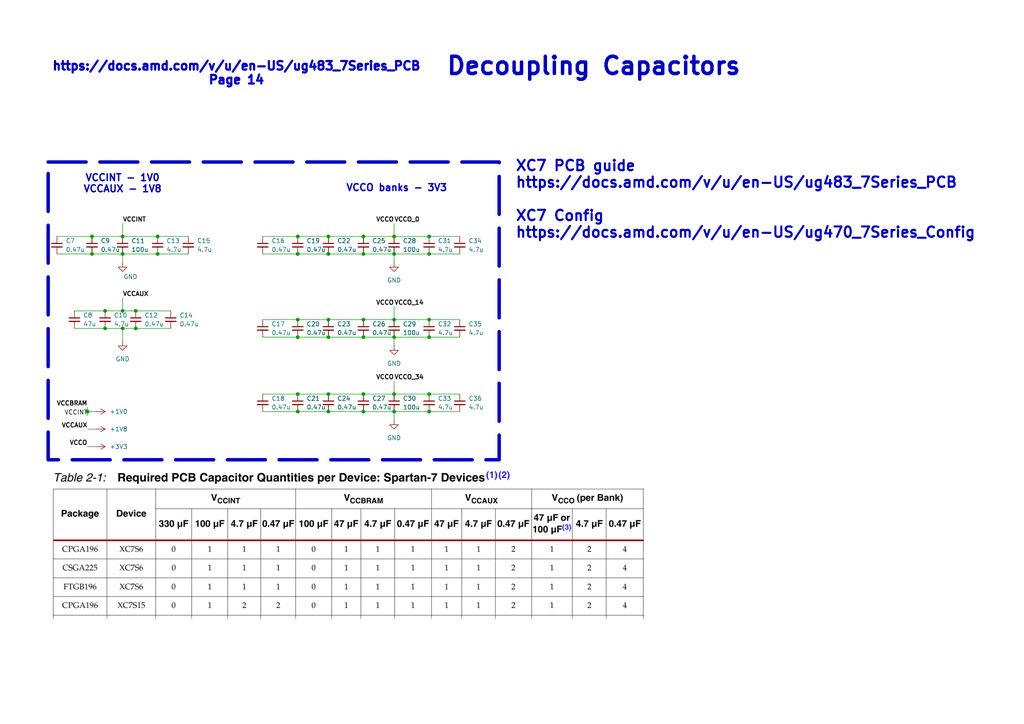
<source format=kicad_sch>
(kicad_sch (version 20231120) (generator "eeschema") (generator_version "8.0")
  (paper "A4")
  (title_block (company "University of Texas at Austin / Phoenix Semiconductor") (comment 1 "Connor Leu"))
  (lib_symbols
    (symbol "Device:C_Small" (pin_numbers hide) (pin_names (offset 0.254) hide)
      (property "Reference" "C" (at 0.254 1.778 0))
      (property "Value" "C_Small" (at 0.254 -2.032 0))
      (symbol "C_Small_0_1"
        (polyline (pts (xy -1.524 -0.508) (xy 1.524 -0.508)) (stroke (width 0.3302)))
        (polyline (pts (xy -1.524 0.508) (xy 1.524 0.508)) (stroke (width 0.3048)))
      )
      (symbol "C_Small_1_1"
        (pin passive line (at 0 2.54 270) (length 2.032) (name "~") (number "1"))
        (pin passive line (at 0 -2.54 90) (length 2.032) (name "~") (number "2"))
      )
    )
    (symbol "power:+1V0" (power) (pin_numbers hide) (pin_names (offset 0) hide)
      (property "Value" "+1V0" (at 0 3.556 0))
      (symbol "+1V0_0_1"
        (polyline (pts (xy -0.762 1.27) (xy 0 2.54)))
        (polyline (pts (xy 0 0) (xy 0 2.54)))
        (polyline (pts (xy 0 2.54) (xy 0.762 1.27)))
      )
      (symbol "+1V0_1_1"
        (pin power_in line (at 0 0 90) (length 0) (name "~") (number "1"))
      )
    )
    (symbol "power:+1V8" (power) (pin_numbers hide) (pin_names (offset 0) hide)
      (property "Value" "+1V8" (at 0 3.556 0))
      (symbol "+1V8_0_1"
        (polyline (pts (xy -0.762 1.27) (xy 0 2.54)))
        (polyline (pts (xy 0 0) (xy 0 2.54)))
        (polyline (pts (xy 0 2.54) (xy 0.762 1.27)))
      )
      (symbol "+1V8_1_1"
        (pin power_in line (at 0 0 90) (length 0) (name "~") (number "1"))
      )
    )
    (symbol "power:+3V3" (power) (pin_numbers hide) (pin_names (offset 0) hide)
      (property "Value" "+3V3" (at 0 3.556 0))
      (symbol "+3V3_0_1"
        (polyline (pts (xy -0.762 1.27) (xy 0 2.54)))
        (polyline (pts (xy 0 0) (xy 0 2.54)))
        (polyline (pts (xy 0 2.54) (xy 0.762 1.27)))
      )
      (symbol "+3V3_1_1"
        (pin power_in line (at 0 0 90) (length 0) (name "~") (number "1"))
      )
    )
    (symbol "power:GND" (power) (pin_numbers hide) (pin_names (offset 0) hide)
      (property "Value" "GND" (at 0 -3.81 0))
      (symbol "GND_0_1"
        (polyline (pts (xy 0 0) (xy 0 -1.27) (xy 1.27 -1.27) (xy 0 -2.54) (xy -1.27 -1.27) (xy 0 -1.27)))
      )
      (symbol "GND_1_1"
        (pin power_in line (at 0 0 270) (length 0) (name "~") (number "1"))
      )
    )
  )
  (junction (at 105.41 68.58))
  (junction (at 105.41 73.66))
  (junction (at 95.25 73.66))
  (junction (at 86.36 114.3))
  (junction (at 105.41 92.71))
  (junction (at 114.3 68.58))
  (junction (at 95.25 119.38))
  (junction (at 86.36 73.66))
  (junction (at 114.3 119.38))
  (junction (at 35.56 90.17))
  (junction (at 124.46 114.3))
  (junction (at 95.25 92.71))
  (junction (at 114.3 92.71))
  (junction (at 105.41 119.38))
  (junction (at 86.36 119.38))
  (junction (at 39.37 95.25))
  (junction (at 39.37 90.17))
  (junction (at 30.48 95.25))
  (junction (at 25.4 119.38))
  (junction (at 26.67 68.58))
  (junction (at 86.36 92.71))
  (junction (at 124.46 68.58))
  (junction (at 105.41 114.3))
  (junction (at 114.3 73.66))
  (junction (at 95.25 114.3))
  (junction (at 124.46 97.79))
  (junction (at 124.46 119.38))
  (junction (at 86.36 97.79))
  (junction (at 95.25 68.58))
  (junction (at 45.72 68.58))
  (junction (at 95.25 97.79))
  (junction (at 26.67 73.66))
  (junction (at 124.46 73.66))
  (junction (at 35.56 73.66))
  (junction (at 35.56 68.58))
  (junction (at 86.36 68.58))
  (junction (at 114.3 114.3))
  (junction (at 114.3 97.79))
  (junction (at 30.48 90.17))
  (junction (at 124.46 92.71))
  (junction (at 45.72 73.66))
  (junction (at 105.41 97.79))
  (junction (at 35.56 95.25))
  (wire (pts (xy 86.36 119.38) (xy 95.25 119.38)))
  (wire (pts (xy 30.48 95.25) (xy 35.56 95.25)))
  (wire (pts (xy 26.67 68.58) (xy 35.56 68.58)))
  (wire (pts (xy 95.25 92.71) (xy 105.41 92.71)))
  (wire (pts (xy 39.37 90.17) (xy 49.53 90.17)))
  (wire (pts (xy 39.37 95.25) (xy 49.53 95.25)))
  (wire (pts (xy 95.25 114.3) (xy 105.41 114.3)))
  (wire (pts (xy 86.36 73.66) (xy 95.25 73.66)))
  (wire (pts (xy 105.41 97.79) (xy 114.3 97.79)))
  (wire (pts (xy 105.41 68.58) (xy 114.3 68.58)))
  (wire (pts (xy 35.56 73.66) (xy 35.56 76.2)))
  (wire (pts (xy 95.25 68.58) (xy 105.41 68.58)))
  (wire (pts (xy 114.3 73.66) (xy 124.46 73.66)))
  (wire (pts (xy 114.3 119.38) (xy 114.3 121.92)))
  (wire (pts (xy 45.72 68.58) (xy 54.61 68.58)))
  (wire (pts (xy 25.4 119.38) (xy 25.4 120.65)))
  (wire (pts (xy 35.56 95.25) (xy 39.37 95.25)))
  (wire (pts (xy 114.3 64.77) (xy 114.3 68.58)))
  (wire (pts (xy 76.2 92.71) (xy 86.36 92.71)))
  (wire (pts (xy 114.3 88.9) (xy 114.3 92.71)))
  (wire (pts (xy 76.2 68.58) (xy 86.36 68.58)))
  (wire (pts (xy 25.4 124.46) (xy 27.94 124.46)))
  (wire (pts (xy 86.36 97.79) (xy 95.25 97.79)))
  (wire (pts (xy 76.2 119.38) (xy 86.36 119.38)))
  (wire (pts (xy 26.67 73.66) (xy 35.56 73.66)))
  (wire (pts (xy 35.56 90.17) (xy 39.37 90.17)))
  (wire (pts (xy 105.41 114.3) (xy 114.3 114.3)))
  (wire (pts (xy 114.3 119.38) (xy 124.46 119.38)))
  (wire (pts (xy 30.48 90.17) (xy 35.56 90.17)))
  (wire (pts (xy 124.46 92.71) (xy 133.35 92.71)))
  (wire (pts (xy 76.2 73.66) (xy 86.36 73.66)))
  (wire (pts (xy 25.4 119.38) (xy 27.94 119.38)))
  (wire (pts (xy 105.41 73.66) (xy 114.3 73.66)))
  (wire (pts (xy 35.56 68.58) (xy 45.72 68.58)))
  (wire (pts (xy 35.56 86.36) (xy 35.56 90.17)))
  (wire (pts (xy 124.46 114.3) (xy 133.35 114.3)))
  (wire (pts (xy 114.3 97.79) (xy 114.3 100.33)))
  (wire (pts (xy 114.3 73.66) (xy 114.3 76.2)))
  (wire (pts (xy 95.25 119.38) (xy 105.41 119.38)))
  (wire (pts (xy 124.46 73.66) (xy 133.35 73.66)))
  (wire (pts (xy 124.46 68.58) (xy 133.35 68.58)))
  (wire (pts (xy 21.59 95.25) (xy 30.48 95.25)))
  (wire (pts (xy 25.4 129.54) (xy 27.94 129.54)))
  (wire (pts (xy 25.4 118.11) (xy 25.4 119.38)))
  (wire (pts (xy 35.56 64.77) (xy 35.56 68.58)))
  (wire (pts (xy 21.59 90.17) (xy 30.48 90.17)))
  (wire (pts (xy 35.56 95.25) (xy 35.56 99.06)))
  (wire (pts (xy 16.51 73.66) (xy 26.67 73.66)))
  (wire (pts (xy 105.41 119.38) (xy 114.3 119.38)))
  (wire (pts (xy 76.2 114.3) (xy 86.36 114.3)))
  (wire (pts (xy 86.36 92.71) (xy 95.25 92.71)))
  (wire (pts (xy 114.3 92.71) (xy 124.46 92.71)))
  (wire (pts (xy 105.41 92.71) (xy 114.3 92.71)))
  (wire (pts (xy 114.3 68.58) (xy 124.46 68.58)))
  (wire (pts (xy 16.51 68.58) (xy 26.67 68.58)))
  (wire (pts (xy 124.46 97.79) (xy 133.35 97.79)))
  (wire (pts (xy 95.25 97.79) (xy 105.41 97.79)))
  (wire (pts (xy 76.2 97.79) (xy 86.36 97.79)))
  (wire (pts (xy 124.46 119.38) (xy 133.35 119.38)))
  (wire (pts (xy 45.72 73.66) (xy 54.61 73.66)))
  (wire (pts (xy 86.36 68.58) (xy 95.25 68.58)))
  (wire (pts (xy 86.36 114.3) (xy 95.25 114.3)))
  (wire (pts (xy 114.3 110.49) (xy 114.3 114.3)))
  (wire (pts (xy 95.25 73.66) (xy 105.41 73.66)))
  (wire (pts (xy 114.3 97.79) (xy 124.46 97.79)))
  (wire (pts (xy 35.56 73.66) (xy 45.72 73.66)))
  (wire (pts (xy 114.3 114.3) (xy 124.46 114.3)))
  (rectangle (start 13.97 46.99) (end 144.78 133.35) (stroke (width 1) (type dash)))
  (image (at 100.965 157.48) (scale 0.95862))
  (text "Decoupling Capacitors" (at 172.212 19.304 0) (effects (font (size 5 5) (thickness 1) (bold yes))))
  (text "XC7 PCB guide\nhttps://docs.amd.com/v/u/en-US/ug483_7Series_PCB\n\nXC7 Config\nhttps://docs.amd.com/v/u/en-US/ug470_7Series_Config" (at 149.352 57.912 0) (effects (font (size 3 3) (thickness 0.6) (bold yes)) (justify left)))
  (text "VCCO banks - 3V3" (at 115.062 54.61 0) (effects (font (size 2 2) (bold yes))))
  (text "https://docs.amd.com/v/u/en-US/ug483_7Series_PCB\nPage 14" (at 68.58 21.336 0) (effects (font (size 2.5 2.5) (thickness 1) (bold yes))))
  (text "VCCINT - 1V0\nVCCAUX - 1V8" (at 35.56 53.34 0) (effects (font (size 2 2) (bold yes))))
  (label "VCCO" (at 114.3 88.9 180) (effects (font (bold yes))))
  (label "VCCINT" (at 25.4 120.65 180))
  (label "VCCO" (at 25.4 129.54 180) (effects (font (bold yes))))
  (label "VCCO_0" (at 114.3 64.77 0) (effects (font (bold yes))))
  (label "VCCINT" (at 35.56 64.77 0) (effects (font (thickness 0.254) (bold yes))))
  (label "VCCAUX" (at 35.56 86.36 0) (effects (font (bold yes))))
  (label "VCCAUX" (at 25.4 124.46 180) (effects (font (bold yes))))
  (label "VCCO_14" (at 114.3 88.9 0) (effects (font (bold yes))))
  (label "VCCO" (at 114.3 64.77 180) (effects (font (bold yes))))
  (label "VCCO_34" (at 114.3 110.49 0) (effects (font (bold yes))))
  (label "VCCBRAM" (at 25.4 118.11 180) (effects (font (bold yes))))
  (label "VCCO" (at 114.3 110.49 180) (effects (font (bold yes))))
  (symbol (lib_id "power:GND") (at 114.3 100.33 0) (unit 1)
    (property "Reference" "#PWR017" (effects (hide yes)))
    (property "Value" "GND" (at 114.3 105.41 0))
    (property "Description" "Power symbol creates a global label with name \"GND\" , ground" (effects (hide yes)))
  )
  (symbol (lib_id "Device:C_Small") (at 124.46 116.84 0) (unit 1)
    (property "Reference" "C33" (at 127 115.5762 0) (effects (justify left)))
    (property "Value" "4.7u" (at 127 118.1162 0) (effects (justify left)))
    (property "Footprint" "Capacitor_SMD:C_0201_0603Metric" (effects (hide yes)))
    (property "Description" "Unpolarized capacitor, small symbol" (effects (hide yes)))
  )
  (symbol (lib_id "Device:C_Small") (at 16.51 71.12 0) (unit 1)
    (property "Reference" "C7" (at 19.05 69.8562 0) (effects (justify left)))
    (property "Value" "0.47u" (at 19.05 72.3962 0) (effects (justify left)))
    (property "Footprint" "Capacitor_SMD:C_0201_0603Metric" (effects (hide yes)))
    (property "Description" "Unpolarized capacitor, small symbol" (effects (hide yes)))
  )
  (symbol (lib_id "Device:C_Small") (at 35.56 71.12 0) (unit 1)
    (property "Reference" "C11" (at 38.1 69.8562 0) (effects (justify left)))
    (property "Value" "100u" (at 38.1 72.3962 0) (effects (justify left)))
    (property "Footprint" "Capacitor_SMD:C_0402_1005Metric" (effects (hide yes)))
    (property "Description" "Unpolarized capacitor, small symbol" (effects (hide yes)))
  )
  (symbol (lib_id "Device:C_Small") (at 133.35 95.25 0) (unit 1)
    (property "Reference" "C35" (at 135.89 93.9862 0) (effects (justify left)))
    (property "Value" "4.7u" (at 135.89 96.5262 0) (effects (justify left)))
    (property "Footprint" "Capacitor_SMD:C_0201_0603Metric" (effects (hide yes)))
    (property "Description" "Unpolarized capacitor, small symbol" (effects (hide yes)))
  )
  (symbol (lib_id "Device:C_Small") (at 114.3 95.25 0) (unit 1)
    (property "Reference" "C29" (at 116.84 93.9862 0) (effects (justify left)))
    (property "Value" "100u" (at 116.84 96.5262 0) (effects (justify left)))
    (property "Footprint" "Capacitor_SMD:C_0402_1005Metric" (effects (hide yes)))
    (property "Description" "Unpolarized capacitor, small symbol" (effects (hide yes)))
  )
  (symbol (lib_id "Device:C_Small") (at 49.53 92.71 0) (unit 1)
    (property "Reference" "C14" (at 52.07 91.4462 0) (effects (justify left)))
    (property "Value" "0.47u" (at 52.07 93.9862 0) (effects (justify left)))
    (property "Footprint" "Capacitor_SMD:C_0201_0603Metric" (effects (hide yes)))
    (property "Description" "Unpolarized capacitor, small symbol" (effects (hide yes)))
  )
  (symbol (lib_id "Device:C_Small") (at 114.3 116.84 0) (unit 1)
    (property "Reference" "C30" (at 116.84 115.5762 0) (effects (justify left)))
    (property "Value" "100u" (at 116.84 118.1162 0) (effects (justify left)))
    (property "Footprint" "Capacitor_SMD:C_0402_1005Metric" (effects (hide yes)))
    (property "Description" "Unpolarized capacitor, small symbol" (effects (hide yes)))
  )
  (symbol (lib_id "Device:C_Small") (at 95.25 71.12 0) (unit 1)
    (property "Reference" "C22" (at 97.79 69.8562 0) (effects (justify left)))
    (property "Value" "0.47u" (at 97.79 72.3962 0) (effects (justify left)))
    (property "Footprint" "Capacitor_SMD:C_0201_0603Metric" (effects (hide yes)))
    (property "Description" "Unpolarized capacitor, small symbol" (effects (hide yes)))
  )
  (symbol (lib_id "Device:C_Small") (at 39.37 92.71 0) (unit 1)
    (property "Reference" "C12" (at 41.91 91.4462 0) (effects (justify left)))
    (property "Value" "0.47u" (at 41.91 93.9862 0) (effects (justify left)))
    (property "Footprint" "Capacitor_SMD:C_0201_0603Metric" (effects (hide yes)))
    (property "Description" "Unpolarized capacitor, small symbol" (effects (hide yes)))
  )
  (symbol (lib_id "Device:C_Small") (at 105.41 95.25 0) (unit 1)
    (property "Reference" "C26" (at 107.95 93.9862 0) (effects (justify left)))
    (property "Value" "0.47u" (at 107.95 96.5262 0) (effects (justify left)))
    (property "Footprint" "Capacitor_SMD:C_0201_0603Metric" (effects (hide yes)))
    (property "Description" "Unpolarized capacitor, small symbol" (effects (hide yes)))
  )
  (symbol (lib_id "Device:C_Small") (at 76.2 95.25 0) (unit 1)
    (property "Reference" "C17" (at 78.74 93.9862 0) (effects (justify left)))
    (property "Value" "0.47u" (at 78.74 96.5262 0) (effects (justify left)))
    (property "Footprint" "Capacitor_SMD:C_0201_0603Metric" (effects (hide yes)))
    (property "Description" "Unpolarized capacitor, small symbol" (effects (hide yes)))
  )
  (symbol (lib_id "power:GND") (at 35.56 76.2 0) (unit 1)
    (property "Reference" "#PWR014" (effects (hide yes)))
    (property "Value" "GND" (at 37.846 80.264 0))
    (property "Description" "Power symbol creates a global label with name \"GND\" , ground" (effects (hide yes)))
  )
  (symbol (lib_id "Device:C_Small") (at 95.25 95.25 0) (unit 1)
    (property "Reference" "C23" (at 97.79 93.9862 0) (effects (justify left)))
    (property "Value" "0.47u" (at 97.79 96.5262 0) (effects (justify left)))
    (property "Footprint" "Capacitor_SMD:C_0201_0603Metric" (effects (hide yes)))
    (property "Description" "Unpolarized capacitor, small symbol" (effects (hide yes)))
  )
  (symbol (lib_id "Device:C_Small") (at 26.67 71.12 0) (unit 1)
    (property "Reference" "C9" (at 29.21 69.8562 0) (effects (justify left)))
    (property "Value" "0.47u" (at 29.21 72.3962 0) (effects (justify left)))
    (property "Footprint" "Capacitor_SMD:C_0201_0603Metric" (effects (hide yes)))
    (property "Description" "Unpolarized capacitor, small symbol" (effects (hide yes)))
  )
  (symbol (lib_id "power:GND") (at 114.3 76.2 0) (unit 1)
    (property "Reference" "#PWR016" (effects (hide yes)))
    (property "Value" "GND" (at 114.3 81.28 0))
    (property "Description" "Power symbol creates a global label with name \"GND\" , ground" (effects (hide yes)))
  )
  (symbol (lib_id "power:+3V3") (at 27.94 129.54 270) (unit 1)
    (property "Reference" "#PWR0130" (effects (hide yes)))
    (property "Value" "+3V3" (at 31.75 129.5399 90) (effects (justify left)))
    (property "Description" "Power symbol creates a global label with name \"+3V3\"" (effects (hide yes)))
  )
  (symbol (lib_id "power:GND") (at 114.3 121.92 0) (unit 1)
    (property "Reference" "#PWR018" (effects (hide yes)))
    (property "Value" "GND" (at 114.3 127 0))
    (property "Description" "Power symbol creates a global label with name \"GND\" , ground" (effects (hide yes)))
  )
  (symbol (lib_id "Device:C_Small") (at 95.25 116.84 0) (unit 1)
    (property "Reference" "C24" (at 97.79 115.5762 0) (effects (justify left)))
    (property "Value" "0.47u" (at 97.79 118.1162 0) (effects (justify left)))
    (property "Footprint" "Capacitor_SMD:C_0201_0603Metric" (effects (hide yes)))
    (property "Description" "Unpolarized capacitor, small symbol" (effects (hide yes)))
  )
  (symbol (lib_id "Device:C_Small") (at 105.41 71.12 0) (unit 1)
    (property "Reference" "C25" (at 107.95 69.8562 0) (effects (justify left)))
    (property "Value" "0.47u" (at 107.95 72.3962 0) (effects (justify left)))
    (property "Footprint" "Capacitor_SMD:C_0201_0603Metric" (effects (hide yes)))
    (property "Description" "Unpolarized capacitor, small symbol" (effects (hide yes)))
  )
  (symbol (lib_id "Device:C_Small") (at 133.35 71.12 0) (unit 1)
    (property "Reference" "C34" (at 135.89 69.8562 0) (effects (justify left)))
    (property "Value" "4.7u" (at 135.89 72.3962 0) (effects (justify left)))
    (property "Footprint" "Capacitor_SMD:C_0201_0603Metric" (effects (hide yes)))
    (property "Description" "Unpolarized capacitor, small symbol" (effects (hide yes)))
  )
  (symbol (lib_id "Device:C_Small") (at 45.72 71.12 0) (unit 1)
    (property "Reference" "C13" (at 48.26 69.8562 0) (effects (justify left)))
    (property "Value" "4.7u" (at 48.26 72.3962 0) (effects (justify left)))
    (property "Footprint" "Capacitor_SMD:C_0201_0603Metric" (effects (hide yes)))
    (property "Description" "Unpolarized capacitor, small symbol" (effects (hide yes)))
  )
  (symbol (lib_id "Device:C_Small") (at 133.35 116.84 0) (unit 1)
    (property "Reference" "C36" (at 135.89 115.5762 0) (effects (justify left)))
    (property "Value" "4.7u" (at 135.89 118.1162 0) (effects (justify left)))
    (property "Footprint" "Capacitor_SMD:C_0201_0603Metric" (effects (hide yes)))
    (property "Description" "Unpolarized capacitor, small symbol" (effects (hide yes)))
  )
  (symbol (lib_id "Device:C_Small") (at 114.3 71.12 0) (unit 1)
    (property "Reference" "C28" (at 116.84 69.8562 0) (effects (justify left)))
    (property "Value" "100u" (at 116.84 72.3962 0) (effects (justify left)))
    (property "Footprint" "Capacitor_SMD:C_0402_1005Metric" (effects (hide yes)))
    (property "Description" "Unpolarized capacitor, small symbol" (effects (hide yes)))
  )
  (symbol (lib_id "Device:C_Small") (at 124.46 95.25 0) (unit 1)
    (property "Reference" "C32" (at 127 93.9862 0) (effects (justify left)))
    (property "Value" "4.7u" (at 127 96.5262 0) (effects (justify left)))
    (property "Footprint" "Capacitor_SMD:C_0201_0603Metric" (effects (hide yes)))
    (property "Description" "Unpolarized capacitor, small symbol" (effects (hide yes)))
  )
  (symbol (lib_id "Device:C_Small") (at 105.41 116.84 0) (unit 1)
    (property "Reference" "C27" (at 107.95 115.5762 0) (effects (justify left)))
    (property "Value" "0.47u" (at 107.95 118.1162 0) (effects (justify left)))
    (property "Footprint" "Capacitor_SMD:C_0201_0603Metric" (effects (hide yes)))
    (property "Description" "Unpolarized capacitor, small symbol" (effects (hide yes)))
  )
  (symbol (lib_id "power:GND") (at 35.56 99.06 0) (unit 1)
    (property "Reference" "#PWR015" (effects (hide yes)))
    (property "Value" "GND" (at 35.56 104.14 0))
    (property "Description" "Power symbol creates a global label with name \"GND\" , ground" (effects (hide yes)))
  )
  (symbol (lib_id "Device:C_Small") (at 86.36 71.12 0) (unit 1)
    (property "Reference" "C19" (at 88.9 69.8562 0) (effects (justify left)))
    (property "Value" "0.47u" (at 88.9 72.3962 0) (effects (justify left)))
    (property "Footprint" "Capacitor_SMD:C_0201_0603Metric" (effects (hide yes)))
    (property "Description" "Unpolarized capacitor, small symbol" (effects (hide yes)))
  )
  (symbol (lib_id "power:+1V8") (at 27.94 124.46 270) (unit 1)
    (property "Reference" "#PWR0129" (effects (hide yes)))
    (property "Value" "+1V8" (at 31.75 124.4599 90) (effects (justify left)))
    (property "Description" "Power symbol creates a global label with name \"+1V8\"" (effects (hide yes)))
  )
  (symbol (lib_id "Device:C_Small") (at 76.2 116.84 0) (unit 1)
    (property "Reference" "C18" (at 78.74 115.5762 0) (effects (justify left)))
    (property "Value" "0.47u" (at 78.74 118.1162 0) (effects (justify left)))
    (property "Footprint" "Capacitor_SMD:C_0201_0603Metric" (effects (hide yes)))
    (property "Description" "Unpolarized capacitor, small symbol" (effects (hide yes)))
  )
  (symbol (lib_id "Device:C_Small") (at 124.46 71.12 0) (unit 1)
    (property "Reference" "C31" (at 127 69.8562 0) (effects (justify left)))
    (property "Value" "4.7u" (at 127 72.3962 0) (effects (justify left)))
    (property "Footprint" "Capacitor_SMD:C_0201_0603Metric" (effects (hide yes)))
    (property "Description" "Unpolarized capacitor, small symbol" (effects (hide yes)))
  )
  (symbol (lib_id "Device:C_Small") (at 30.48 92.71 0) (unit 1)
    (property "Reference" "C10" (at 33.02 91.4462 0) (effects (justify left)))
    (property "Value" "4.7u" (at 33.02 93.9862 0) (effects (justify left)))
    (property "Footprint" "Capacitor_SMD:C_0201_0603Metric" (effects (hide yes)))
    (property "Description" "Unpolarized capacitor, small symbol" (effects (hide yes)))
  )
  (symbol (lib_id "Device:C_Small") (at 86.36 116.84 0) (unit 1)
    (property "Reference" "C21" (at 88.9 115.5762 0) (effects (justify left)))
    (property "Value" "0.47u" (at 88.9 118.1162 0) (effects (justify left)))
    (property "Footprint" "Capacitor_SMD:C_0201_0603Metric" (effects (hide yes)))
    (property "Description" "Unpolarized capacitor, small symbol" (effects (hide yes)))
  )
  (symbol (lib_id "Device:C_Small") (at 21.59 92.71 0) (unit 1)
    (property "Reference" "C8" (at 24.13 91.4462 0) (effects (justify left)))
    (property "Value" "47u" (at 24.13 93.9862 0) (effects (justify left)))
    (property "Footprint" "Capacitor_SMD:C_0201_0603Metric" (effects (hide yes)))
    (property "Description" "Unpolarized capacitor, small symbol" (effects (hide yes)))
  )
  (symbol (lib_id "power:+1V0") (at 27.94 119.38 270) (unit 1)
    (property "Reference" "#PWR0128" (effects (hide yes)))
    (property "Value" "+1V0" (at 31.75 119.3799 90) (effects (justify left)))
    (property "Description" "Power symbol creates a global label with name \"+1V0\"" (effects (hide yes)))
  )
  (symbol (lib_id "Device:C_Small") (at 76.2 71.12 0) (unit 1)
    (property "Reference" "C16" (at 78.74 69.8562 0) (effects (justify left)))
    (property "Value" "0.47u" (at 78.74 72.3962 0) (effects (justify left)))
    (property "Footprint" "Capacitor_SMD:C_0201_0603Metric" (effects (hide yes)))
    (property "Description" "Unpolarized capacitor, small symbol" (effects (hide yes)))
  )
  (symbol (lib_id "Device:C_Small") (at 54.61 71.12 0) (unit 1)
    (property "Reference" "C15" (at 57.15 69.8562 0) (effects (justify left)))
    (property "Value" "4.7u" (at 57.15 72.3962 0) (effects (justify left)))
    (property "Footprint" "Capacitor_SMD:C_0201_0603Metric" (effects (hide yes)))
    (property "Description" "Unpolarized capacitor, small symbol" (effects (hide yes)))
  )
  (symbol (lib_id "Device:C_Small") (at 86.36 95.25 0) (unit 1)
    (property "Reference" "C20" (at 88.9 93.9862 0) (effects (justify left)))
    (property "Value" "0.47u" (at 88.9 96.5262 0) (effects (justify left)))
    (property "Footprint" "Capacitor_SMD:C_0201_0603Metric" (effects (hide yes)))
    (property "Description" "Unpolarized capacitor, small symbol" (effects (hide yes)))
  )
)
</source>
